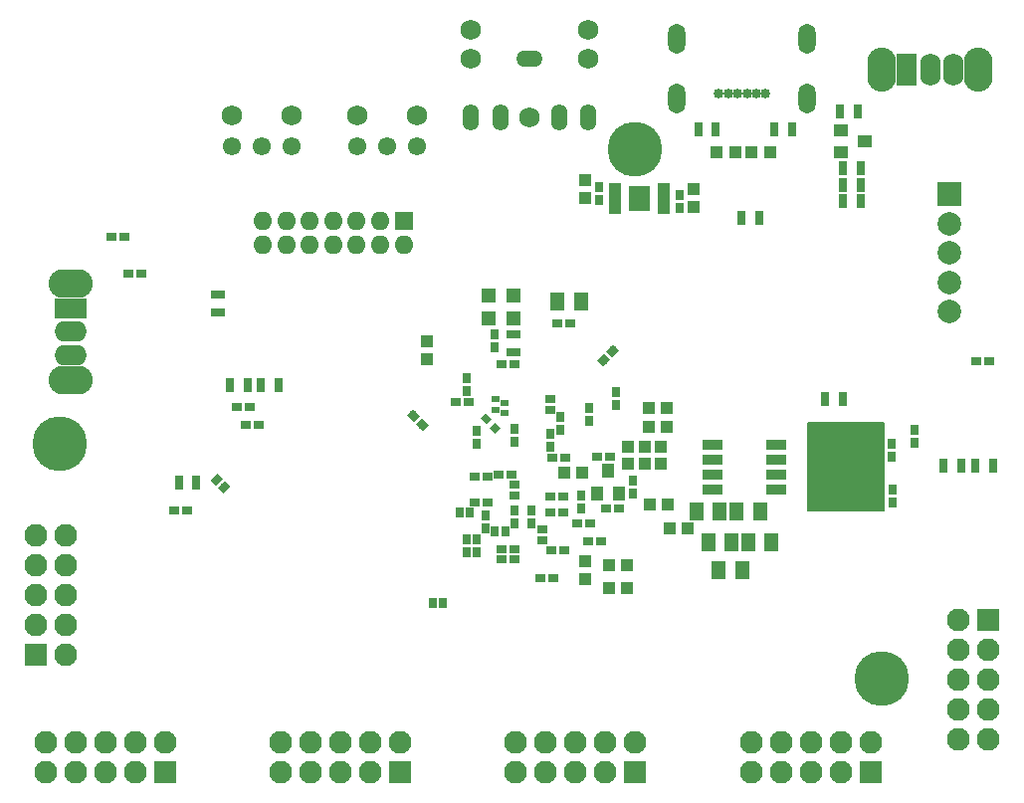
<source format=gbs>
G04 #@! TF.GenerationSoftware,KiCad,Pcbnew,(5.0.0)*
G04 #@! TF.CreationDate,2018-09-09T11:50:12+09:00*
G04 #@! TF.ProjectId,ZynqBoard2,5A796E71426F617264322E6B69636164,rev?*
G04 #@! TF.SameCoordinates,Original*
G04 #@! TF.FileFunction,Soldermask,Bot*
G04 #@! TF.FilePolarity,Negative*
%FSLAX46Y46*%
G04 Gerber Fmt 4.6, Leading zero omitted, Abs format (unit mm)*
G04 Created by KiCad (PCBNEW (5.0.0)) date 09/09/18 11:50:12*
%MOMM*%
%LPD*%
G01*
G04 APERTURE LIST*
%ADD10C,0.150000*%
%ADD11R,1.050000X1.000000*%
%ADD12C,0.750000*%
%ADD13C,0.100000*%
%ADD14R,0.700000X0.500000*%
%ADD15R,0.850000X0.750000*%
%ADD16R,0.750000X0.850000*%
%ADD17C,0.600000*%
%ADD18R,1.000000X1.050000*%
%ADD19R,1.250000X1.500000*%
%ADD20R,1.050000X1.050000*%
%ADD21O,1.600000X1.600000*%
%ADD22R,1.600000X1.600000*%
%ADD23C,2.000000*%
%ADD24R,2.000000X2.000000*%
%ADD25C,0.850000*%
%ADD26O,1.450000X2.550000*%
%ADD27C,1.750000*%
%ADD28O,2.250000X1.350000*%
%ADD29O,1.350000X2.250000*%
%ADD30R,1.150000X1.250000*%
%ADD31O,1.950000X1.950000*%
%ADD32R,1.950000X1.950000*%
%ADD33R,1.800000X0.850000*%
%ADD34R,1.150000X1.050000*%
%ADD35R,0.750000X1.150000*%
%ADD36R,1.150000X0.750000*%
%ADD37O,3.750000X2.450000*%
%ADD38O,2.750000X1.750000*%
%ADD39R,2.750000X1.750000*%
%ADD40R,1.750000X2.750000*%
%ADD41O,1.750000X2.750000*%
%ADD42O,2.450000X3.750000*%
%ADD43R,1.090000X1.190000*%
%ADD44R,1.140000X0.670000*%
%ADD45R,1.050000X1.150000*%
%ADD46C,1.550000*%
%ADD47C,0.650000*%
%ADD48R,0.650000X0.850000*%
%ADD49R,0.850000X0.650000*%
%ADD50C,4.650000*%
G04 APERTURE END LIST*
D10*
G36*
X100700000Y-94300000D02*
X107100000Y-94300000D01*
X107100000Y-101700000D01*
X100700000Y-101700000D01*
X100700000Y-94300000D01*
G37*
X100700000Y-94300000D02*
X107100000Y-94300000D01*
X107100000Y-101700000D01*
X100700000Y-101700000D01*
X100700000Y-94300000D01*
D11*
G04 #@! TO.C,C70*
X85250000Y-106400000D03*
X83750000Y-106400000D03*
G04 #@! TD*
D12*
G04 #@! TO.C,C65*
X67111091Y-93611091D03*
D13*
G36*
X66545406Y-93575736D02*
X67075736Y-93045406D01*
X67676776Y-93646446D01*
X67146446Y-94176776D01*
X66545406Y-93575736D01*
X66545406Y-93575736D01*
G37*
D12*
X67888909Y-94388909D03*
D13*
G36*
X67323224Y-94353554D02*
X67853554Y-93823224D01*
X68454594Y-94424264D01*
X67924264Y-94954594D01*
X67323224Y-94353554D01*
X67323224Y-94353554D01*
G37*
G04 #@! TD*
D14*
G04 #@! TO.C,R24*
X74100000Y-92250000D03*
X74100000Y-93150000D03*
G04 #@! TD*
D15*
G04 #@! TO.C,C1*
X46750000Y-101700000D03*
X47850000Y-101700000D03*
G04 #@! TD*
G04 #@! TO.C,C2*
X52850000Y-94400000D03*
X53950000Y-94400000D03*
G04 #@! TD*
G04 #@! TO.C,C3*
X72350000Y-101000000D03*
X73450000Y-101000000D03*
G04 #@! TD*
G04 #@! TO.C,C23*
X53200000Y-92900000D03*
X52100000Y-92900000D03*
G04 #@! TD*
D16*
G04 #@! TO.C,C26*
X73300000Y-102150000D03*
X73300000Y-103250000D03*
G04 #@! TD*
G04 #@! TO.C,C27*
X72500000Y-94950000D03*
X72500000Y-96050000D03*
G04 #@! TD*
D15*
G04 #@! TO.C,C28*
X83550000Y-101500000D03*
X84650000Y-101500000D03*
G04 #@! TD*
G04 #@! TO.C,C29*
X78750000Y-100500000D03*
X79850000Y-100500000D03*
G04 #@! TD*
G04 #@! TO.C,C30*
X78750000Y-101900000D03*
X79850000Y-101900000D03*
G04 #@! TD*
D16*
G04 #@! TO.C,C31*
X77200000Y-101750000D03*
X77200000Y-102850000D03*
G04 #@! TD*
D15*
G04 #@! TO.C,C32*
X78950000Y-97200000D03*
X80050000Y-97200000D03*
G04 #@! TD*
D16*
G04 #@! TO.C,C45*
X71700000Y-91550000D03*
X71700000Y-90450000D03*
G04 #@! TD*
D15*
G04 #@! TO.C,C46*
X82750000Y-97100000D03*
X83850000Y-97100000D03*
G04 #@! TD*
G04 #@! TO.C,C51*
X74650000Y-89300000D03*
X75750000Y-89300000D03*
G04 #@! TD*
D16*
G04 #@! TO.C,C53*
X71700000Y-105250000D03*
X71700000Y-104150000D03*
G04 #@! TD*
G04 #@! TO.C,C54*
X72500000Y-104150000D03*
X72500000Y-105250000D03*
G04 #@! TD*
D15*
G04 #@! TO.C,C55*
X74650000Y-105900000D03*
X75750000Y-105900000D03*
G04 #@! TD*
G04 #@! TO.C,C56*
X74650000Y-105000000D03*
X75750000Y-105000000D03*
G04 #@! TD*
G04 #@! TO.C,C62*
X70750000Y-92500000D03*
X71850000Y-92500000D03*
G04 #@! TD*
G04 #@! TO.C,C66*
X78850000Y-105100000D03*
X79950000Y-105100000D03*
G04 #@! TD*
G04 #@! TO.C,C67*
X81050000Y-102800000D03*
X82150000Y-102800000D03*
G04 #@! TD*
G04 #@! TO.C,C68*
X83050000Y-104300000D03*
X81950000Y-104300000D03*
G04 #@! TD*
G04 #@! TO.C,C69*
X77950000Y-107500000D03*
X79050000Y-107500000D03*
G04 #@! TD*
D16*
G04 #@! TO.C,C74*
X75700000Y-95850000D03*
X75700000Y-94750000D03*
G04 #@! TD*
G04 #@! TO.C,C75*
X82100000Y-92950000D03*
X82100000Y-94050000D03*
G04 #@! TD*
G04 #@! TO.C,C76*
X79600000Y-93750000D03*
X79600000Y-94850000D03*
G04 #@! TD*
G04 #@! TO.C,C77*
X84400000Y-92750000D03*
X84400000Y-91650000D03*
G04 #@! TD*
G04 #@! TO.C,C82*
X78800000Y-96250000D03*
X78800000Y-95150000D03*
G04 #@! TD*
D15*
G04 #@! TO.C,C83*
X75450000Y-98700000D03*
X74350000Y-98700000D03*
G04 #@! TD*
D16*
G04 #@! TO.C,C84*
X74000000Y-86750000D03*
X74000000Y-87850000D03*
G04 #@! TD*
D15*
G04 #@! TO.C,C86*
X42850000Y-81600000D03*
X43950000Y-81600000D03*
G04 #@! TD*
G04 #@! TO.C,C87*
X41450000Y-78400000D03*
X42550000Y-78400000D03*
G04 #@! TD*
D17*
G04 #@! TO.C,C88*
X73311091Y-93911091D03*
D13*
G36*
X72851472Y-93875736D02*
X73275736Y-93451472D01*
X73770710Y-93946446D01*
X73346446Y-94370710D01*
X72851472Y-93875736D01*
X72851472Y-93875736D01*
G37*
D17*
X74088909Y-94688909D03*
D13*
G36*
X73629290Y-94653554D02*
X74053554Y-94229290D01*
X74548528Y-94724264D01*
X74124264Y-95148528D01*
X73629290Y-94653554D01*
X73629290Y-94653554D01*
G37*
G04 #@! TD*
D16*
G04 #@! TO.C,C96*
X107800000Y-97150000D03*
X107800000Y-96050000D03*
G04 #@! TD*
G04 #@! TO.C,C106*
X107900000Y-101050000D03*
X107900000Y-99950000D03*
G04 #@! TD*
G04 #@! TO.C,C111*
X109800000Y-94850000D03*
X109800000Y-95950000D03*
G04 #@! TD*
G04 #@! TO.C,C115*
X89750593Y-75990976D03*
X89750593Y-74890976D03*
G04 #@! TD*
G04 #@! TO.C,C116*
X82950593Y-75290976D03*
X82950593Y-74190976D03*
G04 #@! TD*
D15*
G04 #@! TO.C,C118*
X115050000Y-89000000D03*
X116150000Y-89000000D03*
G04 #@! TD*
D16*
G04 #@! TO.C,C119*
X85800000Y-100250000D03*
X85800000Y-99150000D03*
G04 #@! TD*
G04 #@! TO.C,C120*
X81400000Y-100450000D03*
X81400000Y-101550000D03*
G04 #@! TD*
D18*
G04 #@! TO.C,C25*
X85400000Y-96250000D03*
X85400000Y-97750000D03*
G04 #@! TD*
G04 #@! TO.C,C33*
X86800000Y-96250000D03*
X86800000Y-97750000D03*
G04 #@! TD*
G04 #@! TO.C,C34*
X88200000Y-96250000D03*
X88200000Y-97750000D03*
G04 #@! TD*
D15*
G04 #@! TO.C,C38*
X72350000Y-98800000D03*
X73450000Y-98800000D03*
G04 #@! TD*
D16*
G04 #@! TO.C,C39*
X75700000Y-101750000D03*
X75700000Y-102850000D03*
G04 #@! TD*
D15*
G04 #@! TO.C,C40*
X80450000Y-85800000D03*
X79350000Y-85800000D03*
G04 #@! TD*
D19*
G04 #@! TO.C,C42*
X81400000Y-83900000D03*
X79400000Y-83900000D03*
G04 #@! TD*
G04 #@! TO.C,C43*
X93200000Y-101800000D03*
X91200000Y-101800000D03*
G04 #@! TD*
D18*
G04 #@! TO.C,C44*
X68300000Y-88850000D03*
X68300000Y-87350000D03*
G04 #@! TD*
D11*
G04 #@! TO.C,C47*
X88750000Y-101200000D03*
X87250000Y-101200000D03*
G04 #@! TD*
D19*
G04 #@! TO.C,C52*
X96600000Y-101800000D03*
X94600000Y-101800000D03*
G04 #@! TD*
D11*
G04 #@! TO.C,C57*
X85250000Y-108300000D03*
X83750000Y-108300000D03*
G04 #@! TD*
G04 #@! TO.C,C58*
X90450000Y-103200000D03*
X88950000Y-103200000D03*
G04 #@! TD*
D19*
G04 #@! TO.C,C59*
X95100000Y-106800000D03*
X93100000Y-106800000D03*
G04 #@! TD*
D18*
G04 #@! TO.C,C71*
X81700000Y-106050000D03*
X81700000Y-107550000D03*
G04 #@! TD*
D19*
G04 #@! TO.C,C72*
X94200000Y-104400000D03*
X92200000Y-104400000D03*
G04 #@! TD*
D11*
G04 #@! TO.C,C73*
X81450000Y-98500000D03*
X79950000Y-98500000D03*
G04 #@! TD*
G04 #@! TO.C,C79*
X87150000Y-94600000D03*
X88650000Y-94600000D03*
G04 #@! TD*
G04 #@! TO.C,C80*
X88650000Y-93000000D03*
X87150000Y-93000000D03*
G04 #@! TD*
D19*
G04 #@! TO.C,C81*
X95600000Y-104400000D03*
X97600000Y-104400000D03*
G04 #@! TD*
D18*
G04 #@! TO.C,C114*
X90950593Y-75890976D03*
X90950593Y-74390976D03*
G04 #@! TD*
G04 #@! TO.C,C117*
X81750593Y-73590976D03*
X81750593Y-75090976D03*
G04 #@! TD*
D20*
G04 #@! TO.C,D2*
X92900000Y-71200000D03*
X94500000Y-71200000D03*
G04 #@! TD*
G04 #@! TO.C,D3*
X95900000Y-71200000D03*
X97500000Y-71200000D03*
G04 #@! TD*
D21*
G04 #@! TO.C,J1*
X54300000Y-79100000D03*
X54300000Y-77100000D03*
X56300000Y-79100000D03*
X56300000Y-77100000D03*
X58300000Y-79100000D03*
X58300000Y-77100000D03*
X60300000Y-79100000D03*
X60300000Y-77100000D03*
X62300000Y-79100000D03*
X62300000Y-77100000D03*
X64300000Y-79100000D03*
X64300000Y-77100000D03*
X66300000Y-79100000D03*
D22*
X66300000Y-77100000D03*
G04 #@! TD*
D23*
G04 #@! TO.C,J3*
X112700000Y-84800000D03*
X112700000Y-82300000D03*
X112700000Y-79800000D03*
X112700000Y-77300000D03*
D24*
X112700000Y-74800000D03*
G04 #@! TD*
D25*
G04 #@! TO.C,J4*
X94700000Y-66200000D03*
X93900000Y-66200000D03*
X93100000Y-66200000D03*
X95500000Y-66200000D03*
X96300000Y-66200000D03*
X97100000Y-66200000D03*
D26*
X89550000Y-61600000D03*
X89550000Y-66650000D03*
X100650000Y-66650000D03*
X100650000Y-61600000D03*
G04 #@! TD*
D27*
G04 #@! TO.C,J5*
X72000000Y-60800000D03*
X82000000Y-60800000D03*
X72000000Y-63300000D03*
X82000000Y-63300000D03*
D28*
X77000000Y-63300000D03*
D29*
X82000000Y-68300000D03*
X79500000Y-68300000D03*
X74500000Y-68300000D03*
X72000000Y-68300000D03*
D27*
X77000000Y-68300000D03*
G04 #@! TD*
D30*
G04 #@! TO.C,O1*
X75650000Y-83450000D03*
X73550000Y-83450000D03*
X75650000Y-85350000D03*
X73550000Y-85350000D03*
G04 #@! TD*
D31*
G04 #@! TO.C,P1*
X113460000Y-121160000D03*
X116000000Y-121160000D03*
X113460000Y-118620000D03*
X116000000Y-118620000D03*
X113460000Y-116080000D03*
X116000000Y-116080000D03*
X113460000Y-113540000D03*
X116000000Y-113540000D03*
X113460000Y-111000000D03*
D32*
X116000000Y-111000000D03*
G04 #@! TD*
G04 #@! TO.C,P2*
X106000000Y-124000000D03*
D31*
X106000000Y-121460000D03*
X103460000Y-124000000D03*
X103460000Y-121460000D03*
X100920000Y-124000000D03*
X100920000Y-121460000D03*
X98380000Y-124000000D03*
X98380000Y-121460000D03*
X95840000Y-124000000D03*
X95840000Y-121460000D03*
G04 #@! TD*
G04 #@! TO.C,P3*
X75840000Y-121460000D03*
X75840000Y-124000000D03*
X78380000Y-121460000D03*
X78380000Y-124000000D03*
X80920000Y-121460000D03*
X80920000Y-124000000D03*
X83460000Y-121460000D03*
X83460000Y-124000000D03*
X86000000Y-121460000D03*
D32*
X86000000Y-124000000D03*
G04 #@! TD*
G04 #@! TO.C,P4*
X66000000Y-124000000D03*
D31*
X66000000Y-121460000D03*
X63460000Y-124000000D03*
X63460000Y-121460000D03*
X60920000Y-124000000D03*
X60920000Y-121460000D03*
X58380000Y-124000000D03*
X58380000Y-121460000D03*
X55840000Y-124000000D03*
X55840000Y-121460000D03*
G04 #@! TD*
D32*
G04 #@! TO.C,P5*
X46000000Y-124000000D03*
D31*
X46000000Y-121460000D03*
X43460000Y-124000000D03*
X43460000Y-121460000D03*
X40920000Y-124000000D03*
X40920000Y-121460000D03*
X38380000Y-124000000D03*
X38380000Y-121460000D03*
X35840000Y-124000000D03*
X35840000Y-121460000D03*
G04 #@! TD*
G04 #@! TO.C,P6*
X37540000Y-103840000D03*
X35000000Y-103840000D03*
X37540000Y-106380000D03*
X35000000Y-106380000D03*
X37540000Y-108920000D03*
X35000000Y-108920000D03*
X37540000Y-111460000D03*
X35000000Y-111460000D03*
X37540000Y-114000000D03*
D32*
X35000000Y-114000000D03*
G04 #@! TD*
D33*
G04 #@! TO.C,Q1*
X98000000Y-99905000D03*
X98000000Y-98635000D03*
X98000000Y-97365000D03*
X98000000Y-96095000D03*
X92600000Y-96095000D03*
X92600000Y-97365000D03*
X92600000Y-98635000D03*
X92600000Y-99905000D03*
G04 #@! TD*
D34*
G04 #@! TO.C,Q2*
X105500000Y-70300000D03*
X103500000Y-69350000D03*
X103500000Y-71250000D03*
G04 #@! TD*
D35*
G04 #@! TO.C,R3*
X48650000Y-99300000D03*
X47150000Y-99300000D03*
G04 #@! TD*
G04 #@! TO.C,R6*
X54150000Y-91000000D03*
X55650000Y-91000000D03*
G04 #@! TD*
G04 #@! TO.C,R7*
X53050000Y-91000000D03*
X51550000Y-91000000D03*
G04 #@! TD*
D36*
G04 #@! TO.C,R19*
X75600000Y-88250000D03*
X75600000Y-86750000D03*
G04 #@! TD*
G04 #@! TO.C,R23*
X50500000Y-83350000D03*
X50500000Y-84850000D03*
G04 #@! TD*
D35*
G04 #@! TO.C,R45*
X113750000Y-97900000D03*
X112250000Y-97900000D03*
G04 #@! TD*
G04 #@! TO.C,R46*
X116450000Y-97900000D03*
X114950000Y-97900000D03*
G04 #@! TD*
G04 #@! TO.C,R52*
X104950000Y-67800000D03*
X103450000Y-67800000D03*
G04 #@! TD*
G04 #@! TO.C,R53*
X105150000Y-72600000D03*
X103650000Y-72600000D03*
G04 #@! TD*
G04 #@! TO.C,R54*
X105150000Y-74000000D03*
X103650000Y-74000000D03*
G04 #@! TD*
G04 #@! TO.C,R55*
X103650000Y-75400000D03*
X105150000Y-75400000D03*
G04 #@! TD*
G04 #@! TO.C,R61*
X91350000Y-69300000D03*
X92850000Y-69300000D03*
G04 #@! TD*
G04 #@! TO.C,R62*
X97850000Y-69300000D03*
X99350000Y-69300000D03*
G04 #@! TD*
G04 #@! TO.C,R64*
X96550000Y-76800000D03*
X95050000Y-76800000D03*
G04 #@! TD*
D37*
G04 #@! TO.C,SW1*
X38000000Y-90600000D03*
X38000000Y-82400000D03*
D38*
X38000000Y-88500000D03*
X38000000Y-86500000D03*
D39*
X38000000Y-84500000D03*
G04 #@! TD*
D40*
G04 #@! TO.C,SW2*
X109100000Y-64200000D03*
D41*
X111100000Y-64200000D03*
X113100000Y-64200000D03*
D42*
X107000000Y-64200000D03*
X115200000Y-64200000D03*
G04 #@! TD*
D43*
G04 #@! TO.C,U6*
X85930593Y-75610976D03*
X85930593Y-74670976D03*
X86770593Y-75610976D03*
X86770593Y-74670976D03*
D44*
X88455593Y-76115976D03*
X88455593Y-75465976D03*
X88455593Y-74815976D03*
X88455593Y-74165976D03*
X84245593Y-74165976D03*
X84245593Y-74815976D03*
X84245593Y-75465976D03*
X84245593Y-76115976D03*
G04 #@! TD*
D45*
G04 #@! TO.C,U7*
X84650000Y-100300000D03*
X82750000Y-100300000D03*
X83700000Y-98300000D03*
G04 #@! TD*
D46*
G04 #@! TO.C,U12*
X62360000Y-70700000D03*
X64900000Y-70700000D03*
X67440000Y-70700000D03*
D27*
X67440000Y-68070000D03*
X62360000Y-68070000D03*
G04 #@! TD*
G04 #@! TO.C,U13*
X51660000Y-68070000D03*
X56740000Y-68070000D03*
D46*
X56740000Y-70700000D03*
X54200000Y-70700000D03*
X51660000Y-70700000D03*
G04 #@! TD*
D47*
G04 #@! TO.C,R1*
X50381802Y-99081802D03*
D13*
G36*
X50912132Y-99011091D02*
X50311091Y-99612132D01*
X49851472Y-99152513D01*
X50452513Y-98551472D01*
X50912132Y-99011091D01*
X50912132Y-99011091D01*
G37*
D47*
X51018198Y-99718198D03*
D13*
G36*
X51548528Y-99647487D02*
X50947487Y-100248528D01*
X50487868Y-99788909D01*
X51088909Y-99187868D01*
X51548528Y-99647487D01*
X51548528Y-99647487D01*
G37*
G04 #@! TD*
D48*
G04 #@! TO.C,R4*
X71950000Y-101900000D03*
X71050000Y-101900000D03*
G04 #@! TD*
G04 #@! TO.C,R5*
X69650000Y-109600000D03*
X68750000Y-109600000D03*
G04 #@! TD*
D49*
G04 #@! TO.C,R21*
X78800000Y-93150000D03*
X78800000Y-92250000D03*
G04 #@! TD*
D48*
G04 #@! TO.C,R11*
X74950000Y-103500000D03*
X74050000Y-103500000D03*
G04 #@! TD*
D49*
G04 #@! TO.C,R12*
X78100000Y-103350000D03*
X78100000Y-104250000D03*
G04 #@! TD*
G04 #@! TO.C,L1*
X75700000Y-99550000D03*
X75700000Y-100450000D03*
G04 #@! TD*
D14*
G04 #@! TO.C,R25*
X74900000Y-92550000D03*
X74900000Y-93450000D03*
G04 #@! TD*
D50*
G04 #@! TO.C,REF\002A\002A*
X86000000Y-71000000D03*
G04 #@! TD*
G04 #@! TO.C,REF\002A\002A*
X107000000Y-116000000D03*
G04 #@! TD*
G04 #@! TO.C,REF\002A\002A*
X37000000Y-96000000D03*
G04 #@! TD*
D12*
G04 #@! TO.C,C78*
X84088909Y-88111091D03*
D13*
G36*
X84053554Y-88676776D02*
X83523224Y-88146446D01*
X84124264Y-87545406D01*
X84654594Y-88075736D01*
X84053554Y-88676776D01*
X84053554Y-88676776D01*
G37*
D12*
X83311091Y-88888909D03*
D13*
G36*
X83275736Y-89454594D02*
X82745406Y-88924264D01*
X83346446Y-88323224D01*
X83876776Y-88853554D01*
X83275736Y-89454594D01*
X83275736Y-89454594D01*
G37*
G04 #@! TD*
D35*
G04 #@! TO.C,R48*
X102150000Y-92200000D03*
X103650000Y-92200000D03*
G04 #@! TD*
M02*

</source>
